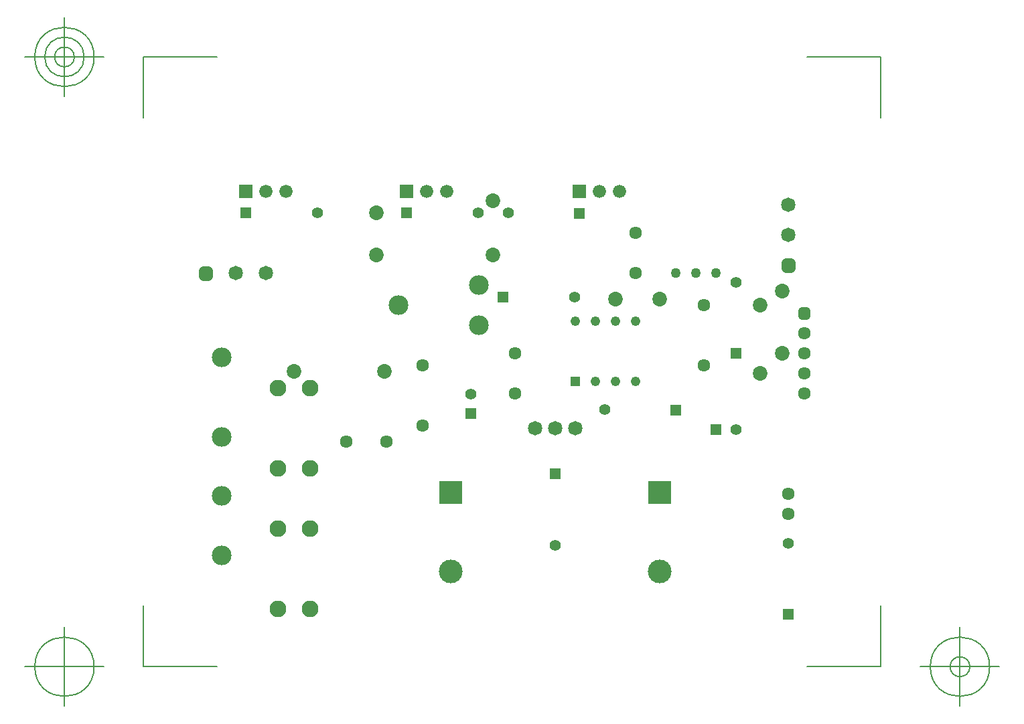
<source format=gbr>
G04 Generated by Ultiboard 14.1 *
%FSLAX34Y34*%
%MOMM*%

%ADD10C,0.0001*%
%ADD11C,0.1270*%
%ADD12C,2.4978*%
%ADD13C,2.1168*%
%ADD14C,3.0000*%
%ADD15R,3.0000X3.0000*%
%ADD16C,1.6088*%
%ADD17C,1.8202*%
%ADD18C,1.4000*%
%ADD19R,1.4000X1.4000*%
%ADD20C,1.2446*%
%ADD21R,1.2446X1.2446*%
%ADD22R,0.5291X0.5291*%
%ADD23C,0.9949*%
%ADD24R,0.6985X0.6985*%
%ADD25C,1.1006*%
%ADD26C,1.6764*%
%ADD27R,1.6764X1.6764*%
%ADD28C,1.8556*%
%ADD29C,1.2700*%


G04 ColorRGB FF00CC for the following layer *
%LNSolder Mask Top*%
%LPD*%
G54D10*
G54D11*
X-27872Y-45720D02*
X-27872Y31437D01*
X-27872Y-45720D02*
X65339Y-45720D01*
X904240Y-45720D02*
X811029Y-45720D01*
X904240Y-45720D02*
X904240Y31437D01*
X904240Y725851D02*
X904240Y648694D01*
X904240Y725851D02*
X811029Y725851D01*
X-27872Y725851D02*
X65339Y725851D01*
X-27872Y725851D02*
X-27872Y648694D01*
X-77872Y-45720D02*
X-177872Y-45720D01*
X-127872Y-95720D02*
X-127872Y4280D01*
X-165372Y-45720D02*
G75*
D01*
G02X-165372Y-45720I37500J0*
G01*
X954240Y-45720D02*
X1054240Y-45720D01*
X1004240Y-95720D02*
X1004240Y4280D01*
X966740Y-45720D02*
G75*
D01*
G02X966740Y-45720I37500J0*
G01*
X991740Y-45720D02*
G75*
D01*
G02X991740Y-45720I12500J0*
G01*
X-77872Y725851D02*
X-177872Y725851D01*
X-127872Y675851D02*
X-127872Y775851D01*
X-165372Y725851D02*
G75*
D01*
G02X-165372Y725851I37500J0*
G01*
X-152872Y725851D02*
G75*
D01*
G02X-152872Y725851I25000J0*
G01*
X-140372Y725851D02*
G75*
D01*
G02X-140372Y725851I12500J0*
G01*
G54D12*
X71120Y345440D03*
X71120Y95462D03*
X71120Y245322D03*
X71120Y170392D03*
X396240Y436880D03*
X396240Y386080D03*
X294640Y411480D03*
G54D13*
X142240Y27300D03*
X142240Y128900D03*
X182880Y27300D03*
X182880Y128900D03*
X142240Y306700D03*
X142240Y205100D03*
X182880Y306700D03*
X182880Y205100D03*
G54D14*
X360680Y74620D03*
X624840Y74620D03*
G54D15*
X360680Y174620D03*
X624840Y174620D03*
G54D16*
X279400Y238760D03*
X228600Y238760D03*
X325120Y335280D03*
X325120Y259080D03*
X441960Y299720D03*
X441960Y350520D03*
X807720Y299720D03*
X807720Y375920D03*
X807720Y350520D03*
X807720Y325120D03*
X680720Y335280D03*
X680720Y411480D03*
X787400Y147320D03*
X787400Y172720D03*
X594360Y452120D03*
X594360Y502920D03*
G54D17*
X492760Y255900D03*
X467360Y255900D03*
X518160Y255900D03*
X88900Y452120D03*
X127000Y452120D03*
X787400Y500380D03*
X787400Y538480D03*
G54D18*
X386080Y299320D03*
X555160Y279400D03*
X516720Y421640D03*
X720960Y254000D03*
X721360Y440520D03*
X433240Y528320D03*
X394800Y528320D03*
X191600Y528320D03*
X787400Y110320D03*
X492760Y108120D03*
G54D19*
X386080Y274320D03*
X645160Y279300D03*
X426720Y421740D03*
X695960Y254000D03*
X721260Y350520D03*
X523240Y528220D03*
X304800Y528420D03*
X101600Y528420D03*
X787300Y20320D03*
X492860Y198120D03*
G54D20*
X518160Y391160D03*
X543560Y314960D03*
X594360Y314960D03*
X568960Y314960D03*
X594360Y391160D03*
X543560Y391160D03*
X568960Y391160D03*
G54D21*
X518160Y314960D03*
G54D22*
X807720Y401320D03*
G54D23*
X805075Y398675D02*
X810365Y398675D01*
X810365Y403965D01*
X805075Y403965D01*
X805075Y398675D01*D02*
G54D24*
X50800Y452120D03*
X787400Y462280D03*
G54D25*
X47308Y448628D02*
X54292Y448628D01*
X54292Y455612D01*
X47308Y455612D01*
X47308Y448628D01*D02*
X783908Y458788D02*
X790892Y458788D01*
X790892Y465772D01*
X783908Y465772D01*
X783908Y458788D01*D02*
G54D26*
X152131Y555889D03*
X126731Y555889D03*
X355600Y555889D03*
X330200Y555889D03*
X574040Y555889D03*
X548640Y555889D03*
G54D27*
X101331Y555889D03*
X304800Y555889D03*
X523240Y555889D03*
G54D28*
X779780Y350520D03*
X779780Y429260D03*
X751840Y411480D03*
X751840Y325120D03*
X162560Y327660D03*
X276860Y327660D03*
X568960Y419100D03*
X624840Y419100D03*
X414020Y543560D03*
X414020Y474980D03*
X266700Y474980D03*
X266700Y528320D03*
G54D29*
X645160Y452120D03*
X695960Y452120D03*
X670560Y452120D03*

M02*

</source>
